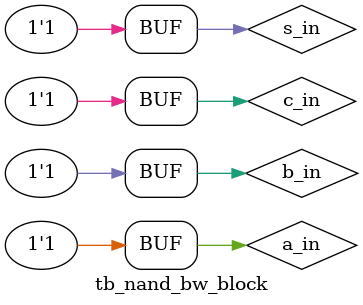
<source format=sv>
`timescale 1 ns/10 ps  // time-unit = 1 ns, precision = 10 ps

module tb_nand_bw_block;

logic a_in, b_in, c_in, s_in, c_out, s_out;

nand_bw_block DUT (.a_in(a_in), .b_in(b_in), .c_in(c_in), .s_in(s_in), .c_out(c_out), .s_out(s_out));

initial
begin
  a_in = 1'b0;
  b_in = 1'b0;
  c_in = 1'b0;
  s_in = 1'b0;
  #10us;
  a_in = 1'b1;
  b_in = 1'b0;
  c_in = 1'b0;
  s_in = 1'b0;
  #10us;
  a_in = 1'b0;
  b_in = 1'b1;
  c_in = 1'b0;
  s_in = 1'b0;
  #10us;
  a_in = 1'b1;
  b_in = 1'b1;
  c_in = 1'b0;
  s_in = 1'b0;
  #10us;
  a_in = 1'b0;
  b_in = 1'b0;
  c_in = 1'b1;
  s_in = 1'b0;
  #10us;
  a_in = 1'b1;
  b_in = 1'b0;
  c_in = 1'b1;
  s_in = 1'b0;
  #10us;
  a_in = 1'b0;
  b_in = 1'b1;
  c_in = 1'b1;
  s_in = 1'b0;
  #10us;
  a_in = 1'b1;
  b_in = 1'b1;
  c_in = 1'b1;
  s_in = 1'b0;
  #10us;
  a_in = 1'b0;
  b_in = 1'b0;
  c_in = 1'b0;
  s_in = 1'b1;
  #10us;
  a_in = 1'b1;
  b_in = 1'b0;
  c_in = 1'b0;
  s_in = 1'b1;
  #10us;
  a_in = 1'b0;
  b_in = 1'b1;
  c_in = 1'b0;
  s_in = 1'b1;
  #10us;
  a_in = 1'b1;
  b_in = 1'b1;
  c_in = 1'b0;
  s_in = 1'b1;
  #10us;
  a_in = 1'b0;
  b_in = 1'b0;
  c_in = 1'b1;
  s_in = 1'b1;
  #10us;
  a_in = 1'b1;
  b_in = 1'b0;
  c_in = 1'b1;
  s_in = 1'b1;
  #10us;
  a_in = 1'b0;
  b_in = 1'b1;
  c_in = 1'b1;
  s_in = 1'b1;
  #10us;
  a_in = 1'b1;
  b_in = 1'b1;
  c_in = 1'b1;
  s_in = 1'b1;
  #10us;
end

endmodule

</source>
